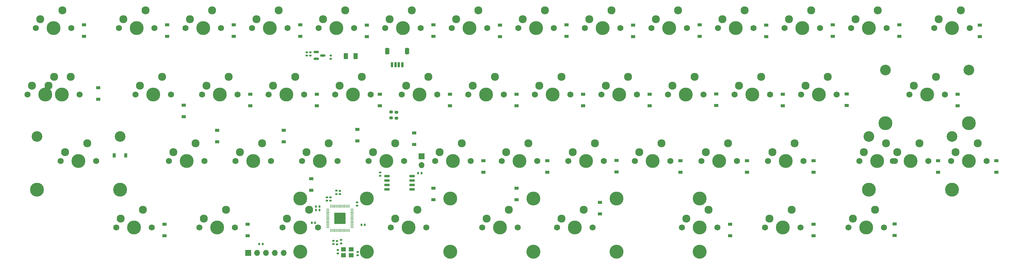
<source format=gbs>
%TF.GenerationSoftware,KiCad,Pcbnew,(6.0.6)*%
%TF.CreationDate,2022-08-15T16:05:15+02:00*%
%TF.ProjectId,rabid40,72616269-6434-4302-9e6b-696361645f70,rev?*%
%TF.SameCoordinates,Original*%
%TF.FileFunction,Soldermask,Bot*%
%TF.FilePolarity,Negative*%
%FSLAX46Y46*%
G04 Gerber Fmt 4.6, Leading zero omitted, Abs format (unit mm)*
G04 Created by KiCad (PCBNEW (6.0.6)) date 2022-08-15 16:05:15*
%MOMM*%
%LPD*%
G01*
G04 APERTURE LIST*
G04 Aperture macros list*
%AMRoundRect*
0 Rectangle with rounded corners*
0 $1 Rounding radius*
0 $2 $3 $4 $5 $6 $7 $8 $9 X,Y pos of 4 corners*
0 Add a 4 corners polygon primitive as box body*
4,1,4,$2,$3,$4,$5,$6,$7,$8,$9,$2,$3,0*
0 Add four circle primitives for the rounded corners*
1,1,$1+$1,$2,$3*
1,1,$1+$1,$4,$5*
1,1,$1+$1,$6,$7*
1,1,$1+$1,$8,$9*
0 Add four rect primitives between the rounded corners*
20,1,$1+$1,$2,$3,$4,$5,0*
20,1,$1+$1,$4,$5,$6,$7,0*
20,1,$1+$1,$6,$7,$8,$9,0*
20,1,$1+$1,$8,$9,$2,$3,0*%
G04 Aperture macros list end*
%ADD10C,3.987800*%
%ADD11C,1.750000*%
%ADD12C,2.300000*%
%ADD13C,3.048000*%
%ADD14R,1.700000X1.700000*%
%ADD15O,1.700000X1.700000*%
%ADD16C,4.000000*%
%ADD17RoundRect,0.140000X0.170000X-0.140000X0.170000X0.140000X-0.170000X0.140000X-0.170000X-0.140000X0*%
%ADD18R,1.200000X0.900000*%
%ADD19RoundRect,0.050000X0.387500X0.050000X-0.387500X0.050000X-0.387500X-0.050000X0.387500X-0.050000X0*%
%ADD20RoundRect,0.050000X0.050000X0.387500X-0.050000X0.387500X-0.050000X-0.387500X0.050000X-0.387500X0*%
%ADD21RoundRect,0.144000X1.456000X1.456000X-1.456000X1.456000X-1.456000X-1.456000X1.456000X-1.456000X0*%
%ADD22RoundRect,0.135000X0.135000X0.185000X-0.135000X0.185000X-0.135000X-0.185000X0.135000X-0.185000X0*%
%ADD23RoundRect,0.140000X-0.170000X0.140000X-0.170000X-0.140000X0.170000X-0.140000X0.170000X0.140000X0*%
%ADD24RoundRect,0.150000X-0.150000X-0.625000X0.150000X-0.625000X0.150000X0.625000X-0.150000X0.625000X0*%
%ADD25RoundRect,0.250000X-0.350000X-0.650000X0.350000X-0.650000X0.350000X0.650000X-0.350000X0.650000X0*%
%ADD26RoundRect,0.140000X0.140000X0.170000X-0.140000X0.170000X-0.140000X-0.170000X0.140000X-0.170000X0*%
%ADD27R,0.900000X1.200000*%
%ADD28RoundRect,0.135000X0.185000X-0.135000X0.185000X0.135000X-0.185000X0.135000X-0.185000X-0.135000X0*%
%ADD29RoundRect,0.150000X0.650000X0.150000X-0.650000X0.150000X-0.650000X-0.150000X0.650000X-0.150000X0*%
%ADD30RoundRect,0.150000X-0.587500X-0.150000X0.587500X-0.150000X0.587500X0.150000X-0.587500X0.150000X0*%
%ADD31R,1.400000X1.200000*%
%ADD32RoundRect,0.200000X-0.275000X0.200000X-0.275000X-0.200000X0.275000X-0.200000X0.275000X0.200000X0*%
%ADD33RoundRect,0.250000X0.375000X0.625000X-0.375000X0.625000X-0.375000X-0.625000X0.375000X-0.625000X0*%
%ADD34RoundRect,0.140000X-0.140000X-0.170000X0.140000X-0.170000X0.140000X0.170000X-0.140000X0.170000X0*%
G04 APERTURE END LIST*
D10*
%TO.C,P1*%
X213548750Y-47933750D03*
D11*
X208468750Y-47933750D03*
X218628750Y-47933750D03*
D12*
X209738750Y-45393750D03*
X216088750Y-42853750D03*
%TD*%
D11*
%TO.C,Q1*%
X37018750Y-47933750D03*
D10*
X42098750Y-47933750D03*
D11*
X47178750Y-47933750D03*
D12*
X38288750Y-45393750D03*
X44638750Y-42853750D03*
%TD*%
D10*
%TO.C,W1*%
X61148750Y-47933750D03*
D11*
X56068750Y-47933750D03*
X66228750Y-47933750D03*
D12*
X57338750Y-45393750D03*
X63688750Y-42853750D03*
%TD*%
D10*
%TO.C,G1*%
X123061250Y-66983750D03*
D11*
X128141250Y-66983750D03*
X117981250Y-66983750D03*
D12*
X119251250Y-64443750D03*
X125601250Y-61903750D03*
%TD*%
D11*
%TO.C,D46*%
X90041250Y-66983750D03*
D10*
X84961250Y-66983750D03*
D11*
X79881250Y-66983750D03*
D12*
X81151250Y-64443750D03*
X87501250Y-61903750D03*
%TD*%
D11*
%TO.C,E1*%
X75118750Y-47933750D03*
X85278750Y-47933750D03*
D10*
X80198750Y-47933750D03*
D12*
X76388750Y-45393750D03*
X82738750Y-42853750D03*
%TD*%
D10*
%TO.C,;1*%
X218311250Y-66983750D03*
D11*
X213231250Y-66983750D03*
X223391250Y-66983750D03*
D12*
X214501250Y-64443750D03*
X220851250Y-61903750D03*
%TD*%
D10*
%TO.C,Stab_Enter1*%
X256411250Y-75238750D03*
D13*
X280223750Y-59998750D03*
X256411250Y-59998750D03*
D10*
X280223750Y-75238750D03*
%TD*%
D11*
%TO.C,T1*%
X123378750Y-47933750D03*
D10*
X118298750Y-47933750D03*
D11*
X113218750Y-47933750D03*
D12*
X114488750Y-45393750D03*
X120838750Y-42853750D03*
%TD*%
D11*
%TO.C,J3*%
X156081250Y-66983750D03*
D10*
X161161250Y-66983750D03*
D11*
X166241250Y-66983750D03*
D12*
X157351250Y-64443750D03*
X163701250Y-61903750D03*
%TD*%
D10*
%TO.C,Win1*%
X41305000Y-105083750D03*
D11*
X36225000Y-105083750D03*
X46385000Y-105083750D03*
D12*
X37495000Y-102543750D03*
X43845000Y-100003750D03*
%TD*%
D11*
%TO.C,Alt2*%
X232122500Y-105083750D03*
D10*
X227042500Y-105083750D03*
D11*
X221962500Y-105083750D03*
D12*
X223232500Y-102543750D03*
X229582500Y-100003750D03*
%TD*%
D14*
%TO.C,J1*%
X74020000Y-112390000D03*
D15*
X76560000Y-112390000D03*
X79100000Y-112390000D03*
X81640000Y-112390000D03*
X84180000Y-112390000D03*
%TD*%
D10*
%TO.C,H1*%
X142111250Y-66983750D03*
D11*
X137031250Y-66983750D03*
X147191250Y-66983750D03*
D12*
X138301250Y-64443750D03*
X144651250Y-61903750D03*
%TD*%
D11*
%TO.C,<1*%
X194816250Y-86033750D03*
D10*
X189736250Y-86033750D03*
D11*
X184656250Y-86033750D03*
D12*
X185926250Y-83493750D03*
X192276250Y-80953750D03*
%TD*%
D10*
%TO.C,Stab_Spc2.25*%
X107993520Y-96824148D03*
X131806020Y-96824148D03*
D16*
X107993520Y-112064148D03*
X131806020Y-112064148D03*
%TD*%
D11*
%TO.C,U4*%
X161478750Y-47933750D03*
X151318750Y-47933750D03*
D10*
X156398750Y-47933750D03*
D12*
X152588750Y-45393750D03*
X158938750Y-42853750D03*
%TD*%
D10*
%TO.C,L1*%
X199261250Y-66983750D03*
D11*
X204341250Y-66983750D03*
X194181250Y-66983750D03*
D12*
X195451250Y-64443750D03*
X201801250Y-61903750D03*
%TD*%
D10*
%TO.C,Stab_Spc7u1*%
X88930000Y-96828750D03*
D16*
X203230000Y-112068750D03*
X88930000Y-112068750D03*
D10*
X203230000Y-96828750D03*
%TD*%
D11*
%TO.C,Tab1*%
X23366250Y-47933750D03*
D10*
X18286250Y-47933750D03*
D11*
X13206250Y-47933750D03*
D12*
X14476250Y-45393750D03*
X20826250Y-42853750D03*
%TD*%
D11*
%TO.C,[1*%
X227518750Y-47933750D03*
X237678750Y-47933750D03*
D10*
X232598750Y-47933750D03*
D12*
X228788750Y-45393750D03*
X235138750Y-42853750D03*
%TD*%
D10*
%TO.C,I1*%
X175448750Y-47933750D03*
D11*
X170368750Y-47933750D03*
X180528750Y-47933750D03*
D12*
X171638750Y-45393750D03*
X177988750Y-42853750D03*
%TD*%
D10*
%TO.C,F2*%
X104011250Y-66983750D03*
D11*
X109091250Y-66983750D03*
X98931250Y-66983750D03*
D12*
X100201250Y-64443750D03*
X106551250Y-61903750D03*
%TD*%
D10*
%TO.C,StepCtrl1*%
X15905000Y-66983750D03*
D11*
X20985000Y-66983750D03*
X10825000Y-66983750D03*
D12*
X12095000Y-64443750D03*
X18445000Y-61903750D03*
%TD*%
D11*
%TO.C,V1*%
X108456250Y-86033750D03*
X118616250Y-86033750D03*
D10*
X113536250Y-86033750D03*
D12*
X109726250Y-83493750D03*
X116076250Y-80953750D03*
%TD*%
D10*
%TO.C,Shift3*%
X263555000Y-86033750D03*
D11*
X268635000Y-86033750D03*
X258475000Y-86033750D03*
D12*
X259745000Y-83493750D03*
X266095000Y-80953750D03*
%TD*%
D10*
%TO.C,Ctrl1*%
X20667500Y-66983750D03*
D11*
X25747500Y-66983750D03*
X15587500Y-66983750D03*
D12*
X16857500Y-64443750D03*
X23207500Y-61903750D03*
%TD*%
D10*
%TO.C,Bspc1*%
X275461250Y-47933750D03*
D11*
X280541250Y-47933750D03*
X270381250Y-47933750D03*
D12*
X271651250Y-45393750D03*
X278001250Y-42853750D03*
%TD*%
D10*
%TO.C,Space_7u1*%
X146080000Y-105083750D03*
D11*
X151160000Y-105083750D03*
X141000000Y-105083750D03*
D12*
X142270000Y-102543750D03*
X148620000Y-100003750D03*
%TD*%
D11*
%TO.C,Y2*%
X132268750Y-47933750D03*
X142428750Y-47933750D03*
D10*
X137348750Y-47933750D03*
D12*
X133538750Y-45393750D03*
X139888750Y-42853750D03*
%TD*%
D10*
%TO.C,Stab_Spc2.75*%
X179417500Y-96828750D03*
D16*
X179417500Y-112068750D03*
D10*
X155605000Y-96828750D03*
D16*
X155605000Y-112068750D03*
%TD*%
D11*
%TO.C,Shift2*%
X248950000Y-86033750D03*
D10*
X254030000Y-86033750D03*
D11*
X259110000Y-86033750D03*
D12*
X250220000Y-83493750D03*
X256570000Y-80953750D03*
%TD*%
D11*
%TO.C,Space2.25*%
X114806250Y-105083750D03*
X124966250Y-105083750D03*
D10*
X119886250Y-105083750D03*
D12*
X116076250Y-102543750D03*
X122426250Y-100003750D03*
%TD*%
D10*
%TO.C,Space2.75*%
X167511250Y-105083750D03*
D11*
X162431250Y-105083750D03*
X172591250Y-105083750D03*
D12*
X163701250Y-102543750D03*
X170051250Y-100003750D03*
%TD*%
D11*
%TO.C,Fn1*%
X285303750Y-86033750D03*
X275143750Y-86033750D03*
D10*
X280223750Y-86033750D03*
D12*
X276413750Y-83493750D03*
X282763750Y-80953750D03*
%TD*%
D11*
%TO.C,B1*%
X127506250Y-86033750D03*
X137666250Y-86033750D03*
D10*
X132586250Y-86033750D03*
D12*
X128776250Y-83493750D03*
X135126250Y-80953750D03*
%TD*%
D11*
%TO.C,Shift1*%
X20350000Y-86033750D03*
D10*
X25430000Y-86033750D03*
D11*
X30510000Y-86033750D03*
D12*
X21620000Y-83493750D03*
X27970000Y-80953750D03*
%TD*%
D11*
%TO.C,Alt1*%
X60037500Y-105083750D03*
D10*
X65117500Y-105083750D03*
D11*
X70197500Y-105083750D03*
D12*
X61307500Y-102543750D03*
X67657500Y-100003750D03*
%TD*%
D10*
%TO.C,Stab_RShift1*%
X275461250Y-94288750D03*
D13*
X275461250Y-79048750D03*
D10*
X251648750Y-94288750D03*
D13*
X251648750Y-79048750D03*
%TD*%
D11*
%TO.C,M1*%
X175766250Y-86033750D03*
D10*
X170686250Y-86033750D03*
D11*
X165606250Y-86033750D03*
D12*
X166876250Y-83493750D03*
X173226250Y-80953750D03*
%TD*%
D10*
%TO.C,Z1*%
X56386250Y-86033750D03*
D11*
X61466250Y-86033750D03*
X51306250Y-86033750D03*
D12*
X52576250Y-83493750D03*
X58926250Y-80953750D03*
%TD*%
D11*
%TO.C,C18*%
X89406250Y-86033750D03*
D10*
X94486250Y-86033750D03*
D11*
X99566250Y-86033750D03*
D12*
X90676250Y-83493750D03*
X97026250Y-80953750D03*
%TD*%
D10*
%TO.C,Stab_LShift1*%
X13523750Y-94288750D03*
D13*
X37336250Y-79048750D03*
D10*
X37336250Y-94288750D03*
D13*
X13523750Y-79048750D03*
%TD*%
D11*
%TO.C,S1*%
X70991250Y-66983750D03*
X60831250Y-66983750D03*
D10*
X65911250Y-66983750D03*
D12*
X62101250Y-64443750D03*
X68451250Y-61903750D03*
%TD*%
D11*
%TO.C,A1*%
X41781250Y-66983750D03*
X51941250Y-66983750D03*
D10*
X46861250Y-66983750D03*
D12*
X43051250Y-64443750D03*
X49401250Y-61903750D03*
%TD*%
D10*
%TO.C,'1*%
X237361250Y-66983750D03*
D11*
X242441250Y-66983750D03*
X232281250Y-66983750D03*
D12*
X233551250Y-64443750D03*
X239901250Y-61903750D03*
%TD*%
D11*
%TO.C,X1*%
X70356250Y-86033750D03*
D10*
X75436250Y-86033750D03*
D11*
X80516250Y-86033750D03*
D12*
X71626250Y-83493750D03*
X77976250Y-80953750D03*
%TD*%
D11*
%TO.C,/1*%
X222756250Y-86033750D03*
D10*
X227836250Y-86033750D03*
D11*
X232916250Y-86033750D03*
D12*
X224026250Y-83493750D03*
X230376250Y-80953750D03*
%TD*%
D11*
%TO.C,R6*%
X104328750Y-47933750D03*
D10*
X99248750Y-47933750D03*
D11*
X94168750Y-47933750D03*
D12*
X95438750Y-45393750D03*
X101788750Y-42853750D03*
%TD*%
D11*
%TO.C,RMod1*%
X198150000Y-105083750D03*
X208310000Y-105083750D03*
D10*
X203230000Y-105083750D03*
D12*
X199420000Y-102543750D03*
X205770000Y-100003750D03*
%TD*%
D10*
%TO.C,K1*%
X180211250Y-66983750D03*
D11*
X175131250Y-66983750D03*
X185291250Y-66983750D03*
D12*
X176401250Y-64443750D03*
X182751250Y-61903750D03*
%TD*%
D10*
%TO.C,Win2*%
X250855000Y-105083750D03*
D11*
X255935000Y-105083750D03*
X245775000Y-105083750D03*
D12*
X247045000Y-102543750D03*
X253395000Y-100003750D03*
%TD*%
D10*
%TO.C,>1*%
X208786250Y-86033750D03*
D11*
X203706250Y-86033750D03*
X213866250Y-86033750D03*
D12*
X204976250Y-83493750D03*
X211326250Y-80953750D03*
%TD*%
D11*
%TO.C,N1*%
X156716250Y-86033750D03*
X146556250Y-86033750D03*
D10*
X151636250Y-86033750D03*
D12*
X147826250Y-83493750D03*
X154176250Y-80953750D03*
%TD*%
D11*
%TO.C,]1*%
X256728750Y-47933750D03*
D10*
X251648750Y-47933750D03*
D11*
X246568750Y-47933750D03*
D12*
X247838750Y-45393750D03*
X254188750Y-42853750D03*
%TD*%
D11*
%TO.C,Enter1*%
X273397500Y-66983750D03*
D10*
X268317500Y-66983750D03*
D11*
X263237500Y-66983750D03*
D12*
X264507500Y-64443750D03*
X270857500Y-61903750D03*
%TD*%
D11*
%TO.C,O1*%
X189418750Y-47933750D03*
D10*
X194498750Y-47933750D03*
D11*
X199578750Y-47933750D03*
D12*
X190688750Y-45393750D03*
X197038750Y-42853750D03*
%TD*%
D10*
%TO.C,LMod1*%
X88930000Y-105083750D03*
D11*
X83850000Y-105083750D03*
X94010000Y-105083750D03*
D12*
X85120000Y-102543750D03*
X91470000Y-100003750D03*
%TD*%
D17*
%TO.C,C11*%
X97667500Y-56791250D03*
X97667500Y-55831250D03*
%TD*%
D18*
%TO.C,D32*%
X188942500Y-70221250D03*
X188942500Y-66921250D03*
%TD*%
D19*
%TO.C,U1*%
X103692500Y-99897500D03*
X103692500Y-100297500D03*
X103692500Y-100697500D03*
X103692500Y-101097500D03*
X103692500Y-101497500D03*
X103692500Y-101897500D03*
X103692500Y-102297500D03*
X103692500Y-102697500D03*
X103692500Y-103097500D03*
X103692500Y-103497500D03*
X103692500Y-103897500D03*
X103692500Y-104297500D03*
X103692500Y-104697500D03*
X103692500Y-105097500D03*
D20*
X102855000Y-105935000D03*
X102455000Y-105935000D03*
X102055000Y-105935000D03*
X101655000Y-105935000D03*
X101255000Y-105935000D03*
X100855000Y-105935000D03*
X100455000Y-105935000D03*
X100055000Y-105935000D03*
X99655000Y-105935000D03*
X99255000Y-105935000D03*
X98855000Y-105935000D03*
X98455000Y-105935000D03*
X98055000Y-105935000D03*
X97655000Y-105935000D03*
D19*
X96817500Y-105097500D03*
X96817500Y-104697500D03*
X96817500Y-104297500D03*
X96817500Y-103897500D03*
X96817500Y-103497500D03*
X96817500Y-103097500D03*
X96817500Y-102697500D03*
X96817500Y-102297500D03*
X96817500Y-101897500D03*
X96817500Y-101497500D03*
X96817500Y-101097500D03*
X96817500Y-100697500D03*
X96817500Y-100297500D03*
X96817500Y-99897500D03*
D20*
X97655000Y-99060000D03*
X98055000Y-99060000D03*
X98455000Y-99060000D03*
X98855000Y-99060000D03*
X99255000Y-99060000D03*
X99655000Y-99060000D03*
X100055000Y-99060000D03*
X100455000Y-99060000D03*
X100855000Y-99060000D03*
X101255000Y-99060000D03*
X101655000Y-99060000D03*
X102055000Y-99060000D03*
X102455000Y-99060000D03*
X102855000Y-99060000D03*
D21*
X100255000Y-102497500D03*
%TD*%
D18*
%TO.C,D1*%
X27017500Y-50377500D03*
X27017500Y-47077500D03*
%TD*%
%TO.C,D20*%
X131792500Y-70221250D03*
X131792500Y-66921250D03*
%TD*%
%TO.C,D44*%
X245298750Y-70158750D03*
X245298750Y-66858750D03*
%TD*%
D17*
%TO.C,C6*%
X96537500Y-97417500D03*
X96537500Y-96457500D03*
%TD*%
D18*
%TO.C,D39*%
X222280000Y-50440000D03*
X222280000Y-47140000D03*
%TD*%
%TO.C,D15*%
X107980000Y-50440000D03*
X107980000Y-47140000D03*
%TD*%
%TO.C,D26*%
X150842500Y-93846250D03*
X150842500Y-97146250D03*
%TD*%
%TO.C,D4*%
X50830000Y-50377500D03*
X50830000Y-47077500D03*
%TD*%
D22*
%TO.C,R4*%
X123650000Y-89560000D03*
X122630000Y-89560000D03*
%TD*%
D23*
%TO.C,C4*%
X90787500Y-54891250D03*
X90787500Y-55851250D03*
%TD*%
D18*
%TO.C,D10*%
X50036250Y-107527500D03*
X50036250Y-104227500D03*
%TD*%
D24*
%TO.C,J2*%
X115150000Y-58480000D03*
X116150000Y-58480000D03*
X117150000Y-58480000D03*
X118150000Y-58480000D03*
D25*
X113850000Y-54605000D03*
X119450000Y-54605000D03*
%TD*%
D18*
%TO.C,D24*%
X150842500Y-70221250D03*
X150842500Y-66921250D03*
%TD*%
D14*
%TO.C,SW7*%
X123630000Y-84760000D03*
D15*
X123630000Y-87300000D03*
%TD*%
D26*
%TO.C,C5*%
X94377500Y-99087500D03*
X93417500Y-99087500D03*
%TD*%
D18*
%TO.C,D28*%
X169892500Y-70221250D03*
X169892500Y-66921250D03*
%TD*%
%TO.C,D49*%
X271492500Y-89271250D03*
X271492500Y-85971250D03*
%TD*%
D27*
%TO.C,D3*%
X38986250Y-84446250D03*
X35686250Y-84446250D03*
%TD*%
D18*
%TO.C,D17*%
X121473750Y-78033750D03*
X121473750Y-81333750D03*
%TD*%
%TO.C,D47*%
X260380000Y-50315000D03*
X260380000Y-47015000D03*
%TD*%
%TO.C,D42*%
X259025000Y-107400000D03*
X259025000Y-104100000D03*
%TD*%
%TO.C,D50*%
X283398750Y-50440000D03*
X283398750Y-47140000D03*
%TD*%
%TO.C,D8*%
X74642500Y-70221250D03*
X74642500Y-66921250D03*
%TD*%
D28*
%TO.C,R5*%
X100627500Y-109737500D03*
X100627500Y-108717500D03*
%TD*%
D18*
%TO.C,D48*%
X277048750Y-70221250D03*
X277048750Y-66921250D03*
%TD*%
%TO.C,D34*%
X211961250Y-107465000D03*
X211961250Y-104165000D03*
%TD*%
%TO.C,D30*%
X174655000Y-97940000D03*
X174655000Y-101240000D03*
%TD*%
D29*
%TO.C,U2*%
X120887500Y-90377500D03*
X120887500Y-91647500D03*
X120887500Y-92917500D03*
X120887500Y-94187500D03*
X113687500Y-94187500D03*
X113687500Y-92917500D03*
X113687500Y-91647500D03*
X113687500Y-90377500D03*
%TD*%
D18*
%TO.C,D23*%
X146080000Y-50440000D03*
X146080000Y-47140000D03*
%TD*%
%TO.C,D41*%
X235773750Y-89271250D03*
X235773750Y-85971250D03*
%TD*%
%TO.C,D9*%
X84167500Y-77240000D03*
X84167500Y-80540000D03*
%TD*%
%TO.C,D12*%
X93692500Y-70221250D03*
X93692500Y-66921250D03*
%TD*%
D30*
%TO.C,U3*%
X93472500Y-56767500D03*
X93472500Y-54867500D03*
X95347500Y-55817500D03*
%TD*%
D18*
%TO.C,D43*%
X241330000Y-50377500D03*
X241330000Y-47077500D03*
%TD*%
D23*
%TO.C,C2*%
X98390000Y-108920000D03*
X98390000Y-109880000D03*
%TD*%
D17*
%TO.C,C15*%
X91807500Y-55851250D03*
X91807500Y-54891250D03*
%TD*%
D18*
%TO.C,D29*%
X179417500Y-89208750D03*
X179417500Y-85908750D03*
%TD*%
D26*
%TO.C,C7*%
X94385000Y-100116250D03*
X93425000Y-100116250D03*
%TD*%
%TO.C,C10*%
X93160000Y-103810000D03*
X92200000Y-103810000D03*
%TD*%
D31*
%TO.C,Y1*%
X101237500Y-111377500D03*
X103437500Y-111377500D03*
X103437500Y-113077500D03*
X101237500Y-113077500D03*
%TD*%
D18*
%TO.C,D36*%
X207992500Y-70158750D03*
X207992500Y-66858750D03*
%TD*%
D32*
%TO.C,R1*%
X116420000Y-72120000D03*
X116420000Y-73770000D03*
%TD*%
D33*
%TO.C,F1*%
X104753750Y-56040000D03*
X101953750Y-56040000D03*
%TD*%
D17*
%TO.C,C13*%
X105177500Y-98887500D03*
X105177500Y-97927500D03*
%TD*%
D18*
%TO.C,D25*%
X159573750Y-89271250D03*
X159573750Y-85971250D03*
%TD*%
%TO.C,D14*%
X73848750Y-107527500D03*
X73848750Y-104227500D03*
%TD*%
%TO.C,D52*%
X288161250Y-89271250D03*
X288161250Y-85971250D03*
%TD*%
D17*
%TO.C,C1*%
X100230000Y-95560000D03*
X100230000Y-94600000D03*
%TD*%
D18*
%TO.C,D6*%
X65117500Y-77240000D03*
X65117500Y-80540000D03*
%TD*%
%TO.C,D40*%
X227042500Y-70221250D03*
X227042500Y-66921250D03*
%TD*%
D22*
%TO.C,R3*%
X78200000Y-109900000D03*
X77180000Y-109900000D03*
%TD*%
D18*
%TO.C,D19*%
X127030000Y-50377500D03*
X127030000Y-47077500D03*
%TD*%
%TO.C,D2*%
X31050000Y-68360000D03*
X31050000Y-65060000D03*
%TD*%
%TO.C,D18*%
X92090000Y-91170000D03*
X92090000Y-94470000D03*
%TD*%
%TO.C,D5*%
X55592500Y-73396250D03*
X55592500Y-70096250D03*
%TD*%
%TO.C,D21*%
X141317500Y-89271250D03*
X141317500Y-85971250D03*
%TD*%
%TO.C,D31*%
X184180000Y-50440000D03*
X184180000Y-47140000D03*
%TD*%
%TO.C,D16*%
X111710000Y-70220000D03*
X111710000Y-66920000D03*
%TD*%
%TO.C,D27*%
X165130000Y-50377500D03*
X165130000Y-47077500D03*
%TD*%
%TO.C,D13*%
X105257500Y-77007500D03*
X105257500Y-80307500D03*
%TD*%
%TO.C,D35*%
X203230000Y-50377500D03*
X203230000Y-47077500D03*
%TD*%
%TO.C,D38*%
X235773750Y-107527500D03*
X235773750Y-104227500D03*
%TD*%
D17*
%TO.C,C17*%
X99696250Y-112548750D03*
X99696250Y-111588750D03*
%TD*%
%TO.C,C8*%
X111737500Y-90347500D03*
X111737500Y-89387500D03*
%TD*%
D18*
%TO.C,D11*%
X88930000Y-50377500D03*
X88930000Y-47077500D03*
%TD*%
D23*
%TO.C,C16*%
X105340000Y-112150000D03*
X105340000Y-113110000D03*
%TD*%
%TO.C,C14*%
X99400000Y-109000000D03*
X99400000Y-109960000D03*
%TD*%
D32*
%TO.C,R2*%
X114880000Y-72060000D03*
X114880000Y-73710000D03*
%TD*%
D18*
%TO.C,D33*%
X197673750Y-89271250D03*
X197673750Y-85971250D03*
%TD*%
%TO.C,D22*%
X127030000Y-93846250D03*
X127030000Y-97146250D03*
%TD*%
D17*
%TO.C,C3*%
X97537500Y-97417500D03*
X97537500Y-96457500D03*
%TD*%
%TO.C,C9*%
X99210000Y-95540000D03*
X99210000Y-94580000D03*
%TD*%
D18*
%TO.C,D7*%
X69880000Y-50377500D03*
X69880000Y-47077500D03*
%TD*%
D34*
%TO.C,C12*%
X106420000Y-104390000D03*
X107380000Y-104390000D03*
%TD*%
D18*
%TO.C,D37*%
X216723750Y-89271250D03*
X216723750Y-85971250D03*
%TD*%
M02*

</source>
